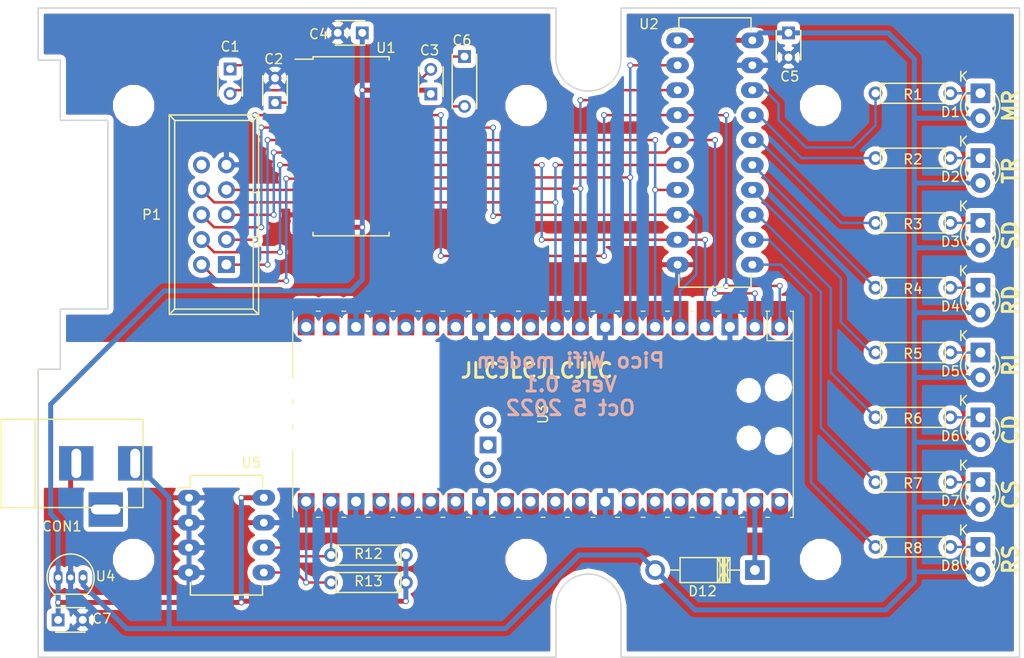
<source format=kicad_pcb>
(kicad_pcb (version 4) (host pcbnew 4.0.5+dfsg1-4)
  (layers (0 F.Cu signal) (31 B.Cu signal) (34 B.Paste user) (35 F.Paste user) (36 B.SilkS user) (37 F.SilkS user) (38 B.Mask user) (39 F.Mask user) (44 Edge.Cuts user))
  (net 0 "")
  (net 1 "Net-(C1-Pad1)")
  (net 2 "Net-(C1-Pad2)")
  (net 3 "Net-(C2-Pad1)")
  (net 4 GND)
  (net 5 +3V3)
  (net 6 "Net-(C3-Pad2)")
  (net 7 +5V)
  (net 8 "Net-(C6-Pad1)")
  (net 9 "Net-(C6-Pad2)")
  (net 10 "Net-(CON1-Pad3)")
  (net 11 "Net-(D1-Pad1)")
  (net 12 "Net-(D2-Pad1)")
  (net 13 "Net-(D3-Pad1)")
  (net 14 "Net-(D4-Pad1)")
  (net 15 "Net-(D5-Pad1)")
  (net 16 "Net-(D6-Pad1)")
  (net 17 "Net-(D7-Pad1)")
  (net 18 "Net-(D8-Pad1)")
  (net 19 "Net-(D12-Pad1)")
  (net 20 "Net-(P1-Pad1)")
  (net 21 "Net-(P1-Pad2)")
  (net 22 "Net-(P1-Pad3)")
  (net 23 "Net-(P1-Pad4)")
  (net 24 "Net-(P1-Pad5)")
  (net 25 "Net-(P1-Pad6)")
  (net 26 "Net-(P1-Pad7)")
  (net 27 "Net-(P1-Pad8)")
  (net 28 "Net-(P1-Pad10)")
  (net 29 "Net-(R1-Pad1)")
  (net 30 "Net-(R2-Pad1)")
  (net 31 "Net-(R3-Pad1)")
  (net 32 "Net-(R4-Pad1)")
  (net 33 "Net-(R5-Pad1)")
  (net 34 "Net-(R6-Pad1)")
  (net 35 "Net-(R7-Pad1)")
  (net 36 "Net-(R8-Pad1)")
  (net 37 "Net-(R12-Pad2)")
  (net 38 "Net-(R13-Pad2)")
  (net 39 "Net-(U1-Pad16)")
  (net 40 "Net-(U1-Pad17)")
  (net 41 "Net-(U1-Pad18)")
  (net 42 "Net-(U1-Pad19)")
  (net 43 "Net-(U1-Pad20)")
  (net 44 "Net-(U1-Pad21)")
  (net 45 "Net-(U1-Pad22)")
  (net 46 "Net-(U1-Pad23)")
  (net 47 "Net-(U1-Pad24)")
  (net 48 "Net-(U3-Pad15)")
  (net 49 "Net-(U3-Pad16)")
  (net 50 "Net-(U3-Pad17)")
  (net 51 "Net-(U3-Pad19)")
  (net 52 "Net-(U3-Pad20)")
  (net 53 "Net-(U3-Pad24)")
  (net 54 "Net-(U3-Pad25)")
  (net 55 "Net-(U3-Pad26)")
  (net 56 "Net-(U3-Pad27)")
  (net 57 "Net-(U3-Pad29)")
  (net 58 "Net-(U3-Pad30)")
  (net 59 "Net-(U3-Pad31)")
  (net 60 "Net-(U3-Pad32)")
  (net 61 "Net-(U3-Pad34)")
  (net 62 "Net-(U3-Pad35)")
  (net 63 "Net-(U3-Pad36)")
  (net 64 "Net-(U3-Pad37)")
  (net 65 "Net-(U3-Pad40)")
  (net 66 "Net-(U3-Pad41)")
  (net 67 "Net-(U3-Pad42)")
  (net 68 "Net-(U3-Pad43)")
  (net 69 "Net-(U3-Pad11)")
  (net 70 "Net-(U3-Pad12)")
  (net 71 "Net-(U3-Pad14)")
  (module modules:MountingHole_3.2mm_Hammond_1593 (layer F.Cu) (at 119.45 85.77)
    (fp_text reference "" (at 0 -4.2) (layer F.SilkS))
    (fp_text value "")
    (pad 1 np_thru_hole circle (at 0 0) (size 3.2 3.2) (drill 3.2) (layers *.Cu *.Mask))
  )
  (module modules:MountingHole_3.2mm_Hammond_1593 (layer F.Cu) (at 119.45 132.02)
    (fp_text reference "" (at 0 -4.2) (layer F.SilkS))
    (fp_text value "")
    (pad 1 np_thru_hole circle (at 0 0) (size 3.2 3.2) (drill 3.2) (layers *.Cu *.Mask))
  )
  (module modules:MountingHole_3.2mm_Hammond_1593 (layer F.Cu) (at 159.45 132.02)
    (fp_text reference "" (at 0 -4.2) (layer F.SilkS))
    (fp_text value "")
    (pad 1 np_thru_hole circle (at 0 0) (size 3.2 3.2) (drill 3.2) (layers *.Cu *.Mask))
  )
  (module modules:MountingHole_3.2mm_Hammond_1593 (layer F.Cu) (at 159.45 85.77)
    (fp_text reference "" (at 0 -4.2) (layer F.SilkS))
    (fp_text value "")
    (pad 1 np_thru_hole circle (at 0 0) (size 3.2 3.2) (drill 3.2) (layers *.Cu *.Mask))
  )
  (module modules:MountingHole_3.2mm_Hammond_1593 (layer F.Cu) (at 189.45 85.77)
    (fp_text reference "" (at 0 -4.2) (layer F.SilkS))
    (fp_text value "")
    (pad 1 np_thru_hole circle (at 0 0) (size 3.2 3.2) (drill 3.2) (layers *.Cu *.Mask))
  )
  (module modules:MountingHole_3.2mm_Hammond_1593 (layer F.Cu) (at 189.45 132.02)
    (fp_text reference "" (at 0 -4.2) (layer F.SilkS))
    (fp_text value "")
    (pad 1 np_thru_hole circle (at 0 0) (size 3.2 3.2) (drill 3.2) (layers *.Cu *.Mask))
  )
  (module modules:C_Disc_D3_P2.5 (layer F.Cu) (at 129.286 82.042 270)
    (fp_text reference C1 (at -2.286 0 360) (layer F.SilkS))
    (fp_text value 100nF)
    (pad 1 thru_hole rect (at 0 0 270) (size 1.3 1.3) (drill 0.8) (layers *.Cu *.Mask) (net 1 "Net-(C1-Pad1)"))
    (pad 2 thru_hole circle (at 2.5 0 270) (size 1.3 1.3) (drill 0.8001) (layers *.Cu *.Mask) (net 2 "Net-(C1-Pad2)"))
  )
  (module modules:C_Disc_D3_P2.5 (layer F.Cu) (at 133.858 85.471 90)
    (fp_text reference C2 (at 4.445 -0.127 180) (layer F.SilkS))
    (fp_text value 100nF)
    (pad 1 thru_hole rect (at 0 0 90) (size 1.3 1.3) (drill 0.8) (layers *.Cu *.Mask) (net 3 "Net-(C2-Pad1)"))
    (pad 2 thru_hole circle (at 2.5 0 90) (size 1.3 1.3) (drill 0.8001) (layers *.Cu *.Mask) (net 4 GND))
  )
  (module modules:C_Disc_D3_P2.5 (layer F.Cu) (at 149.733 84.582 90)
    (fp_text reference C3 (at 4.445 -0.127 180) (layer F.SilkS))
    (fp_text value 100nF)
    (pad 1 thru_hole rect (at 0 0 90) (size 1.3 1.3) (drill 0.8) (layers *.Cu *.Mask) (net 5 +3V3))
    (pad 2 thru_hole circle (at 2.5 0 90) (size 1.3 1.3) (drill 0.8001) (layers *.Cu *.Mask) (net 6 "Net-(C3-Pad2)"))
  )
  (module modules:C_Disc_D3_P2.5 (layer F.Cu) (at 142.748 78.359 180)
    (fp_text reference C4 (at 4.445 -0.127 360) (layer F.SilkS))
    (fp_text value 100nF)
    (pad 1 thru_hole rect (at 0 0 180) (size 1.3 1.3) (drill 0.8) (layers *.Cu *.Mask) (net 5 +3V3))
    (pad 2 thru_hole circle (at 2.5 0 180) (size 1.3 1.3) (drill 0.8001) (layers *.Cu *.Mask) (net 4 GND))
  )
  (module modules:C_Disc_D3_P2.5 (layer F.Cu) (at 186.182 78.359 270)
    (fp_text reference C5 (at 4.445 -0.127 360) (layer F.SilkS))
    (fp_text value 100nF)
    (pad 1 thru_hole rect (at 0 0 270) (size 1.3 1.3) (drill 0.8) (layers *.Cu *.Mask) (net 7 +5V))
    (pad 2 thru_hole circle (at 2.5 0 270) (size 1.3 1.3) (drill 0.8001) (layers *.Cu *.Mask) (net 4 GND))
  )
  (module modules:C_Disc_D3_P5 (layer F.Cu) (at 153.162 83.312 270)
    (fp_text reference C6 (at -4.191 0.254 360) (layer F.SilkS))
    (fp_text value 100nF)
    (pad 1 thru_hole rect (at -2.54 0 270) (size 1.3 1.3) (drill 0.8) (layers *.Cu *.Mask) (net 8 "Net-(C6-Pad1)"))
    (pad 2 thru_hole circle (at 2.54 0 270) (size 1.3 1.3) (drill 0.8001) (layers *.Cu *.Mask) (net 9 "Net-(C6-Pad2)"))
  )
  (module modules:C_Disc_D3_P2.5 (layer F.Cu) (at 111.76 138.176)
    (fp_text reference C7 (at 4.445 -0.127 180) (layer F.SilkS))
    (fp_text value 1uF)
    (pad 1 thru_hole rect (at 0 0) (size 1.3 1.3) (drill 0.8) (layers *.Cu *.Mask) (net 5 +3V3))
    (pad 2 thru_hole circle (at 2.5 0) (size 1.3 1.3) (drill 0.8001) (layers *.Cu *.Mask) (net 4 GND))
  )
  (module modules:BARREL_JACK (layer F.Cu) (at 113.41 122.23)
    (fp_text reference CON1 (at -1.269 6.421 180) (layer F.SilkS))
    (fp_text value BARREL_JACK)
    (pad 1 thru_hole rect (at 6.20014 0) (size 3.50012 3.50012) (drill oval 1.00076 2.99974) (layers *.Cu *.Mask) (net 7 +5V))
    (pad 2 thru_hole rect (at 0.20066 0) (size 3.50012 3.50012) (drill oval 1.00076 2.99974) (layers *.Cu *.Mask) (net 4 GND))
    (pad 3 thru_hole rect (at 3.2004 4.699) (size 3.50012 3.50012) (drill oval 2.99974 1.00076) (layers *.Cu *.Mask) (net 10 "Net-(CON1-Pad3)"))
  )
  (module modules:LED-3MM (layer F.Cu) (at 205.74 84.516 270)
    (fp_text reference D1 (at 1.91 3.06 360) (layer F.SilkS))
    (fp_text value TLPR5600)
    (fp_text user K (at -1.69 1.74 360) (layer F.SilkS))
    (pad 1 thru_hole rect (at 0 0 90) (size 2 2) (drill 1.00076) (layers *.Cu *.Mask) (net 11 "Net-(D1-Pad1)"))
    (pad 2 thru_hole circle (at 2.54 0) (size 2 2) (drill 1.00076) (layers *.Cu *.Mask) (net 7 +5V))
  )
  (module modules:LED-3MM (layer F.Cu) (at 205.74 91.12 270)
    (fp_text reference D2 (at 1.91 3.06 360) (layer F.SilkS))
    (fp_text value TLPR5600)
    (fp_text user K (at -1.69 1.74 360) (layer F.SilkS))
    (pad 1 thru_hole rect (at 0 0 90) (size 2 2) (drill 1.00076) (layers *.Cu *.Mask) (net 12 "Net-(D2-Pad1)"))
    (pad 2 thru_hole circle (at 2.54 0) (size 2 2) (drill 1.00076) (layers *.Cu *.Mask) (net 7 +5V))
  )
  (module modules:LED-3MM (layer F.Cu) (at 205.74 97.724 270)
    (fp_text reference D3 (at 1.91 3.06 360) (layer F.SilkS))
    (fp_text value TLPR5600)
    (fp_text user K (at -1.69 1.74 360) (layer F.SilkS))
    (pad 1 thru_hole rect (at 0 0 90) (size 2 2) (drill 1.00076) (layers *.Cu *.Mask) (net 13 "Net-(D3-Pad1)"))
    (pad 2 thru_hole circle (at 2.54 0) (size 2 2) (drill 1.00076) (layers *.Cu *.Mask) (net 7 +5V))
  )
  (module modules:LED-3MM (layer F.Cu) (at 205.74 104.328 270)
    (fp_text reference D4 (at 1.91 3.06 360) (layer F.SilkS))
    (fp_text value TLPR5600)
    (fp_text user K (at -1.69 1.74 360) (layer F.SilkS))
    (pad 1 thru_hole rect (at 0 0 90) (size 2 2) (drill 1.00076) (layers *.Cu *.Mask) (net 14 "Net-(D4-Pad1)"))
    (pad 2 thru_hole circle (at 2.54 0) (size 2 2) (drill 1.00076) (layers *.Cu *.Mask) (net 7 +5V))
  )
  (module modules:LED-3MM (layer F.Cu) (at 205.74 110.932 270)
    (fp_text reference D5 (at 1.91 3.06 360) (layer F.SilkS))
    (fp_text value TLPR5600)
    (fp_text user K (at -1.69 1.74 360) (layer F.SilkS))
    (pad 1 thru_hole rect (at 0 0 90) (size 2 2) (drill 1.00076) (layers *.Cu *.Mask) (net 15 "Net-(D5-Pad1)"))
    (pad 2 thru_hole circle (at 2.54 0) (size 2 2) (drill 1.00076) (layers *.Cu *.Mask) (net 7 +5V))
  )
  (module modules:LED-3MM (layer F.Cu) (at 205.74 117.536 270)
    (fp_text reference D6 (at 1.91 3.06 360) (layer F.SilkS))
    (fp_text value TLPR5600)
    (fp_text user K (at -1.69 1.74 360) (layer F.SilkS))
    (pad 1 thru_hole rect (at 0 0 90) (size 2 2) (drill 1.00076) (layers *.Cu *.Mask) (net 16 "Net-(D6-Pad1)"))
    (pad 2 thru_hole circle (at 2.54 0) (size 2 2) (drill 1.00076) (layers *.Cu *.Mask) (net 7 +5V))
  )
  (module modules:LED-3MM (layer F.Cu) (at 205.74 124.14 270)
    (fp_text reference D7 (at 1.91 3.06 360) (layer F.SilkS))
    (fp_text value TLPR5600)
    (fp_text user K (at -1.69 1.74 360) (layer F.SilkS))
    (pad 1 thru_hole rect (at 0 0 90) (size 2 2) (drill 1.00076) (layers *.Cu *.Mask) (net 17 "Net-(D7-Pad1)"))
    (pad 2 thru_hole circle (at 2.54 0) (size 2 2) (drill 1.00076) (layers *.Cu *.Mask) (net 7 +5V))
  )
  (module modules:LED-3MM (layer F.Cu) (at 205.74 130.744 270)
    (fp_text reference D8 (at 1.91 3.06 360) (layer F.SilkS))
    (fp_text value TLPR5600)
    (fp_text user K (at -1.69 1.74 360) (layer F.SilkS))
    (pad 1 thru_hole rect (at 0 0 90) (size 2 2) (drill 1.00076) (layers *.Cu *.Mask) (net 18 "Net-(D8-Pad1)"))
    (pad 2 thru_hole circle (at 2.54 0) (size 2 2) (drill 1.00076) (layers *.Cu *.Mask) (net 7 +5V))
  )
  (module modules:Diode_DO-41_SOD81_Horizontal_RM10 (layer F.Cu) (at 182.753 133.096 180)
    (fp_text reference D12 (at 5.334 -2.159 180) (layer F.SilkS))
    (fp_text value 1N5817)
    (pad 2 thru_hole circle (at 10.16 -0.00254) (size 1.99898 1.99898) (drill 1.27) (layers *.Cu *.Mask) (net 7 +5V))
    (pad 1 thru_hole rect (at 0 -0.00254) (size 1.99898 1.99898) (drill 1.00076) (layers *.Cu *.Mask) (net 19 "Net-(D12-Pad1)"))
  )
  (module modules:IDC_Header_Straight_10pins (layer F.Cu) (at 128.905 101.965 90)
    (fp_text reference P1 (at 5.08 -7.62 360) (layer F.SilkS))
    (fp_text value CONN_02X05)
    (pad 1 thru_hole rect (at 0 0) (size 1.7272 1.7272) (drill 1.016) (layers *.Cu *.Mask) (net 20 "Net-(P1-Pad1)"))
    (pad 2 thru_hole oval (at 0 -2.54) (size 1.7272 1.7272) (drill 1.016) (layers *.Cu *.Mask) (net 21 "Net-(P1-Pad2)"))
    (pad 3 thru_hole oval (at 2.54 0) (size 1.7272 1.7272) (drill 1.016) (layers *.Cu *.Mask) (net 22 "Net-(P1-Pad3)"))
    (pad 4 thru_hole oval (at 2.54 -2.54) (size 1.7272 1.7272) (drill 1.016) (layers *.Cu *.Mask) (net 23 "Net-(P1-Pad4)"))
    (pad 5 thru_hole oval (at 5.08 0) (size 1.7272 1.7272) (drill 1.016) (layers *.Cu *.Mask) (net 24 "Net-(P1-Pad5)"))
    (pad 6 thru_hole oval (at 5.08 -2.54) (size 1.7272 1.7272) (drill 1.016) (layers *.Cu *.Mask) (net 25 "Net-(P1-Pad6)"))
    (pad 7 thru_hole oval (at 7.62 0) (size 1.7272 1.7272) (drill 1.016) (layers *.Cu *.Mask) (net 26 "Net-(P1-Pad7)"))
    (pad 8 thru_hole oval (at 7.62 -2.54) (size 1.7272 1.7272) (drill 1.016) (layers *.Cu *.Mask) (net 27 "Net-(P1-Pad8)"))
    (pad 9 thru_hole oval (at 10.16 0) (size 1.7272 1.7272) (drill 1.016) (layers *.Cu *.Mask) (net 4 GND))
    (pad 10 thru_hole oval (at 10.16 -2.54) (size 1.7272 1.7272) (drill 1.016) (layers *.Cu *.Mask) (net 28 "Net-(P1-Pad10)"))
  )
  (module modules:R3 (layer F.Cu) (at 198.855 84.516)
    (fp_text reference R1 (at 0 0.127) (layer F.SilkS))
    (fp_text value 560R)
    (pad 1 thru_hole circle (at -3.81 0) (size 1.397 1.397) (drill 0.8128) (layers *.Cu *.Mask) (net 29 "Net-(R1-Pad1)"))
    (pad 2 thru_hole circle (at 3.81 0) (size 1.397 1.397) (drill 0.8128) (layers *.Cu *.Mask) (net 11 "Net-(D1-Pad1)"))
  )
  (module modules:R3 (layer F.Cu) (at 198.855 91.12)
    (fp_text reference R2 (at 0 0.127) (layer F.SilkS))
    (fp_text value 560R)
    (pad 1 thru_hole circle (at -3.81 0) (size 1.397 1.397) (drill 0.8128) (layers *.Cu *.Mask) (net 30 "Net-(R2-Pad1)"))
    (pad 2 thru_hole circle (at 3.81 0) (size 1.397 1.397) (drill 0.8128) (layers *.Cu *.Mask) (net 12 "Net-(D2-Pad1)"))
  )
  (module modules:R3 (layer F.Cu) (at 198.855 97.724)
    (fp_text reference R3 (at 0 0.127) (layer F.SilkS))
    (fp_text value 560R)
    (pad 1 thru_hole circle (at -3.81 0) (size 1.397 1.397) (drill 0.8128) (layers *.Cu *.Mask) (net 31 "Net-(R3-Pad1)"))
    (pad 2 thru_hole circle (at 3.81 0) (size 1.397 1.397) (drill 0.8128) (layers *.Cu *.Mask) (net 13 "Net-(D3-Pad1)"))
  )
  (module modules:R3 (layer F.Cu) (at 198.855 104.328)
    (fp_text reference R4 (at 0 0.127) (layer F.SilkS))
    (fp_text value 560R)
    (pad 1 thru_hole circle (at -3.81 0) (size 1.397 1.397) (drill 0.8128) (layers *.Cu *.Mask) (net 32 "Net-(R4-Pad1)"))
    (pad 2 thru_hole circle (at 3.81 0) (size 1.397 1.397) (drill 0.8128) (layers *.Cu *.Mask) (net 14 "Net-(D4-Pad1)"))
  )
  (module modules:R3 (layer F.Cu) (at 198.855 110.932)
    (fp_text reference R5 (at 0 0.127) (layer F.SilkS))
    (fp_text value 560R)
    (pad 1 thru_hole circle (at -3.81 0) (size 1.397 1.397) (drill 0.8128) (layers *.Cu *.Mask) (net 33 "Net-(R5-Pad1)"))
    (pad 2 thru_hole circle (at 3.81 0) (size 1.397 1.397) (drill 0.8128) (layers *.Cu *.Mask) (net 15 "Net-(D5-Pad1)"))
  )
  (module modules:R3 (layer F.Cu) (at 198.855 117.536)
    (fp_text reference R6 (at 0 0.127) (layer F.SilkS))
    (fp_text value 560R)
    (pad 1 thru_hole circle (at -3.81 0) (size 1.397 1.397) (drill 0.8128) (layers *.Cu *.Mask) (net 34 "Net-(R6-Pad1)"))
    (pad 2 thru_hole circle (at 3.81 0) (size 1.397 1.397) (drill 0.8128) (layers *.Cu *.Mask) (net 16 "Net-(D6-Pad1)"))
  )
  (module modules:R3 (layer F.Cu) (at 198.855 124.14)
    (fp_text reference R7 (at 0 0.127) (layer F.SilkS))
    (fp_text value 560R)
    (pad 1 thru_hole circle (at -3.81 0) (size 1.397 1.397) (drill 0.8128) (layers *.Cu *.Mask) (net 35 "Net-(R7-Pad1)"))
    (pad 2 thru_hole circle (at 3.81 0) (size 1.397 1.397) (drill 0.8128) (layers *.Cu *.Mask) (net 17 "Net-(D7-Pad1)"))
  )
  (module modules:R3 (layer F.Cu) (at 198.855 130.744)
    (fp_text reference R8 (at 0 0.127) (layer F.SilkS))
    (fp_text value 560R)
    (pad 1 thru_hole circle (at -3.81 0) (size 1.397 1.397) (drill 0.8128) (layers *.Cu *.Mask) (net 36 "Net-(R8-Pad1)"))
    (pad 2 thru_hole circle (at 3.81 0) (size 1.397 1.397) (drill 0.8128) (layers *.Cu *.Mask) (net 18 "Net-(D8-Pad1)"))
  )
  (module modules:R3 (layer F.Cu) (at 143.383 131.572 180)
    (fp_text reference R12 (at 0 0.127 180) (layer F.SilkS))
    (fp_text value 3.9K)
    (pad 1 thru_hole circle (at -3.81 0 180) (size 1.397 1.397) (drill 0.8128) (layers *.Cu *.Mask) (net 5 +3V3))
    (pad 2 thru_hole circle (at 3.81 0 180) (size 1.397 1.397) (drill 0.8128) (layers *.Cu *.Mask) (net 37 "Net-(R12-Pad2)"))
  )
  (module modules:R3 (layer F.Cu) (at 143.383 134.366 180)
    (fp_text reference R13 (at 0 0.127 180) (layer F.SilkS))
    (fp_text value 3.9K)
    (pad 1 thru_hole circle (at -3.81 0 180) (size 1.397 1.397) (drill 0.8128) (layers *.Cu *.Mask) (net 5 +3V3))
    (pad 2 thru_hole circle (at 3.81 0 180) (size 1.397 1.397) (drill 0.8128) (layers *.Cu *.Mask) (net 38 "Net-(R13-Pad2)"))
  )
  (module modules:SOIC-28W_7.5x17.9mm_Pitch1.27mm (layer F.Cu) (at 141.605 89.916)
    (fp_text reference U1 (at 3.556 -10.033) (layer F.SilkS))
    (fp_text value MAX3237CAI+)
    (pad 1 smd rect (at -4.7 -8.255) (size 2 0.6) (layers F.Cu F.Paste F.Mask) (net 1 "Net-(C1-Pad1)"))
    (pad 2 smd rect (at -4.7 -6.985) (size 2 0.6) (layers F.Cu F.Paste F.Mask) (net 4 GND))
    (pad 3 smd rect (at -4.7 -5.715) (size 2 0.6) (layers F.Cu F.Paste F.Mask) (net 2 "Net-(C1-Pad2)"))
    (pad 4 smd rect (at -4.7 -4.445) (size 2 0.6) (layers F.Cu F.Paste F.Mask) (net 3 "Net-(C2-Pad1)"))
    (pad 5 smd rect (at -4.7 -3.175) (size 2 0.6) (layers F.Cu F.Paste F.Mask) (net 22 "Net-(P1-Pad3)"))
    (pad 6 smd rect (at -4.7 -1.905) (size 2 0.6) (layers F.Cu F.Paste F.Mask) (net 25 "Net-(P1-Pad6)"))
    (pad 7 smd rect (at -4.7 -0.635) (size 2 0.6) (layers F.Cu F.Paste F.Mask) (net 20 "Net-(P1-Pad1)"))
    (pad 8 smd rect (at -4.7 0.635) (size 2 0.6) (layers F.Cu F.Paste F.Mask) (net 24 "Net-(P1-Pad5)"))
    (pad 9 smd rect (at -4.7 1.905) (size 2 0.6) (layers F.Cu F.Paste F.Mask) (net 23 "Net-(P1-Pad4)"))
    (pad 10 smd rect (at -4.7 3.175) (size 2 0.6) (layers F.Cu F.Paste F.Mask) (net 21 "Net-(P1-Pad2)"))
    (pad 11 smd rect (at -4.7 4.445) (size 2 0.6) (layers F.Cu F.Paste F.Mask) (net 26 "Net-(P1-Pad7)"))
    (pad 12 smd rect (at -4.7 5.715) (size 2 0.6) (layers F.Cu F.Paste F.Mask) (net 27 "Net-(P1-Pad8)"))
    (pad 13 smd rect (at -4.7 6.985) (size 2 0.6) (layers F.Cu F.Paste F.Mask) (net 4 GND))
    (pad 14 smd rect (at -4.7 8.255) (size 2 0.6) (layers F.Cu F.Paste F.Mask) (net 5 +3V3))
    (pad 15 smd rect (at 4.7 8.255) (size 2 0.6) (layers F.Cu F.Paste F.Mask) (net 4 GND))
    (pad 16 smd rect (at 4.7 6.985) (size 2 0.6) (layers F.Cu F.Paste F.Mask) (net 39 "Net-(U1-Pad16)"))
    (pad 17 smd rect (at 4.7 5.715) (size 2 0.6) (layers F.Cu F.Paste F.Mask) (net 40 "Net-(U1-Pad17)"))
    (pad 18 smd rect (at 4.7 4.445) (size 2 0.6) (layers F.Cu F.Paste F.Mask) (net 41 "Net-(U1-Pad18)"))
    (pad 19 smd rect (at 4.7 3.175) (size 2 0.6) (layers F.Cu F.Paste F.Mask) (net 42 "Net-(U1-Pad19)"))
    (pad 20 smd rect (at 4.7 1.905) (size 2 0.6) (layers F.Cu F.Paste F.Mask) (net 43 "Net-(U1-Pad20)"))
    (pad 21 smd rect (at 4.7 0.635) (size 2 0.6) (layers F.Cu F.Paste F.Mask) (net 44 "Net-(U1-Pad21)"))
    (pad 22 smd rect (at 4.7 -0.635) (size 2 0.6) (layers F.Cu F.Paste F.Mask) (net 45 "Net-(U1-Pad22)"))
    (pad 23 smd rect (at 4.7 -1.905) (size 2 0.6) (layers F.Cu F.Paste F.Mask) (net 46 "Net-(U1-Pad23)"))
    (pad 24 smd rect (at 4.7 -3.175) (size 2 0.6) (layers F.Cu F.Paste F.Mask) (net 47 "Net-(U1-Pad24)"))
    (pad 25 smd rect (at 4.7 -4.445) (size 2 0.6) (layers F.Cu F.Paste F.Mask) (net 9 "Net-(C6-Pad2)"))
    (pad 26 smd rect (at 4.7 -5.715) (size 2 0.6) (layers F.Cu F.Paste F.Mask) (net 5 +3V3))
    (pad 27 smd rect (at 4.7 -6.985) (size 2 0.6) (layers F.Cu F.Paste F.Mask) (net 6 "Net-(C3-Pad2)"))
    (pad 28 smd rect (at 4.7 -8.255) (size 2 0.6) (layers F.Cu F.Paste F.Mask) (net 8 "Net-(C6-Pad1)"))
  )
  (module modules:DIP-20_W7.62mm_LongPads (layer F.Cu) (at 174.879 79.121)
    (fp_text reference U2 (at -2.921 -1.651 180) (layer F.SilkS))
    (fp_text value 74HCT245)
    (pad 1 thru_hole oval (at 0 0 180) (size 2.3 1.6) (drill 0.8) (layers *.Cu *.Mask) (net 7 +5V))
    (pad 2 thru_hole oval (at 0 2.54 180) (size 2.3 1.6) (drill 0.8) (layers *.Cu *.Mask) (net 42 "Net-(U1-Pad19)"))
    (pad 3 thru_hole oval (at 0 5.08 180) (size 2.3 1.6) (drill 0.8) (layers *.Cu *.Mask) (net 41 "Net-(U1-Pad18)"))
    (pad 4 thru_hole oval (at 0 7.62 180) (size 2.3 1.6) (drill 0.8) (layers *.Cu *.Mask) (net 47 "Net-(U1-Pad24)"))
    (pad 5 thru_hole oval (at 0 10.16 180) (size 2.3 1.6) (drill 0.8) (layers *.Cu *.Mask) (net 44 "Net-(U1-Pad21)"))
    (pad 6 thru_hole oval (at 0 12.7 180) (size 2.3 1.6) (drill 0.8) (layers *.Cu *.Mask) (net 40 "Net-(U1-Pad17)"))
    (pad 7 thru_hole oval (at 0 15.24 180) (size 2.3 1.6) (drill 0.8) (layers *.Cu *.Mask) (net 45 "Net-(U1-Pad22)"))
    (pad 8 thru_hole oval (at 0 17.78 180) (size 2.3 1.6) (drill 0.8) (layers *.Cu *.Mask) (net 46 "Net-(U1-Pad23)"))
    (pad 9 thru_hole oval (at 0 20.32 180) (size 2.3 1.6) (drill 0.8) (layers *.Cu *.Mask) (net 43 "Net-(U1-Pad20)"))
    (pad 10 thru_hole oval (at 0 22.86 180) (size 2.3 1.6) (drill 0.8) (layers *.Cu *.Mask) (net 4 GND))
    (pad 11 thru_hole oval (at 7.62 22.86 180) (size 2.3 1.6) (drill 0.8) (layers *.Cu *.Mask) (net 36 "Net-(R8-Pad1)"))
    (pad 12 thru_hole oval (at 7.62 20.32 180) (size 2.3 1.6) (drill 0.8) (layers *.Cu *.Mask) (net 35 "Net-(R7-Pad1)"))
    (pad 13 thru_hole oval (at 7.62 17.78 180) (size 2.3 1.6) (drill 0.8) (layers *.Cu *.Mask) (net 34 "Net-(R6-Pad1)"))
    (pad 14 thru_hole oval (at 7.62 15.24 180) (size 2.3 1.6) (drill 0.8) (layers *.Cu *.Mask) (net 33 "Net-(R5-Pad1)"))
    (pad 15 thru_hole oval (at 7.62 12.7 180) (size 2.3 1.6) (drill 0.8) (layers *.Cu *.Mask) (net 32 "Net-(R4-Pad1)"))
    (pad 16 thru_hole oval (at 7.62 10.16 180) (size 2.3 1.6) (drill 0.8) (layers *.Cu *.Mask) (net 31 "Net-(R3-Pad1)"))
    (pad 17 thru_hole oval (at 7.62 7.62 180) (size 2.3 1.6) (drill 0.8) (layers *.Cu *.Mask) (net 30 "Net-(R2-Pad1)"))
    (pad 18 thru_hole oval (at 7.62 5.08 180) (size 2.3 1.6) (drill 0.8) (layers *.Cu *.Mask) (net 29 "Net-(R1-Pad1)"))
    (pad 19 thru_hole oval (at 7.62 2.54 180) (size 2.3 1.6) (drill 0.8) (layers *.Cu *.Mask) (net 4 GND))
    (pad 20 thru_hole oval (at 7.62 0 180) (size 2.3 1.6) (drill 0.8) (layers *.Cu *.Mask) (net 7 +5V))
  )
  (module modules:RPi_PicoW (layer F.Cu) (at 161.163 117.221 270)
    (fp_text reference U3 (at 0 0 270) (layer F.SilkS))
    (fp_text value Pico)
    (pad 1 thru_hole oval (at -8.89 -24.13 270) (size 1.7 1.7) (drill 1.02) (layers *.Cu *.Mask) (net 47 "Net-(U1-Pad24)"))
    (pad 2 thru_hole oval (at -8.89 -21.59 270) (size 1.7 1.7) (drill 1.02) (layers *.Cu *.Mask) (net 44 "Net-(U1-Pad21)"))
    (pad 3 thru_hole rect (at -8.89 -19.05 270) (size 1.7 1.7) (drill 1.02) (layers *.Cu *.Mask) (net 4 GND))
    (pad 4 thru_hole oval (at -8.89 -16.51 270) (size 1.7 1.7) (drill 1.02) (layers *.Cu *.Mask) (net 43 "Net-(U1-Pad20)"))
    (pad 5 thru_hole oval (at -8.89 -13.97 270) (size 1.7 1.7) (drill 1.02) (layers *.Cu *.Mask) (net 46 "Net-(U1-Pad23)"))
    (pad 6 thru_hole oval (at -8.89 -11.43 270) (size 1.7 1.7) (drill 1.02) (layers *.Cu *.Mask) (net 45 "Net-(U1-Pad22)"))
    (pad 7 thru_hole oval (at -8.89 -8.89 270) (size 1.7 1.7) (drill 1.02) (layers *.Cu *.Mask) (net 42 "Net-(U1-Pad19)"))
    (pad 8 thru_hole rect (at -8.89 -6.35 270) (size 1.7 1.7) (drill 1.02) (layers *.Cu *.Mask) (net 4 GND))
    (pad 9 thru_hole oval (at -8.89 -3.81 270) (size 1.7 1.7) (drill 1.02) (layers *.Cu *.Mask) (net 41 "Net-(U1-Pad18)"))
    (pad 10 thru_hole oval (at -8.89 -1.27 270) (size 1.7 1.7) (drill 1.02) (layers *.Cu *.Mask) (net 40 "Net-(U1-Pad17)"))
    (pad 11 thru_hole oval (at -8.89 1.27 270) (size 1.7 1.7) (drill 1.02) (layers *.Cu *.Mask) (net 69 "Net-(U3-Pad11)"))
    (pad 12 thru_hole oval (at -8.89 3.81 270) (size 1.7 1.7) (drill 1.02) (layers *.Cu *.Mask) (net 70 "Net-(U3-Pad12)"))
    (pad 13 thru_hole rect (at -8.89 6.35 270) (size 1.7 1.7) (drill 1.02) (layers *.Cu *.Mask) (net 4 GND))
    (pad 14 thru_hole oval (at -8.89 8.89 270) (size 1.7 1.7) (drill 1.02) (layers *.Cu *.Mask) (net 71 "Net-(U3-Pad14)"))
    (pad 15 thru_hole oval (at -8.89 11.43 270) (size 1.7 1.7) (drill 1.02) (layers *.Cu *.Mask) (net 48 "Net-(U3-Pad15)"))
    (pad 16 thru_hole oval (at -8.89 13.97 270) (size 1.7 1.7) (drill 1.02) (layers *.Cu *.Mask) (net 49 "Net-(U3-Pad16)"))
    (pad 17 thru_hole oval (at -8.89 16.51 270) (size 1.7 1.7) (drill 1.02) (layers *.Cu *.Mask) (net 50 "Net-(U3-Pad17)"))
    (pad 18 thru_hole rect (at -8.89 19.05 270) (size 1.7 1.7) (drill 1.02) (layers *.Cu *.Mask) (net 4 GND))
    (pad 19 thru_hole oval (at -8.89 21.59 270) (size 1.7 1.7) (drill 1.02) (layers *.Cu *.Mask) (net 51 "Net-(U3-Pad19)"))
    (pad 20 thru_hole oval (at -8.89 24.13 270) (size 1.7 1.7) (drill 1.02) (layers *.Cu *.Mask) (net 52 "Net-(U3-Pad20)"))
    (pad 21 thru_hole oval (at 8.89 24.13 270) (size 1.7 1.7) (drill 1.02) (layers *.Cu *.Mask) (net 38 "Net-(R13-Pad2)"))
    (pad 22 thru_hole oval (at 8.89 21.59 270) (size 1.7 1.7) (drill 1.02) (layers *.Cu *.Mask) (net 37 "Net-(R12-Pad2)"))
    (pad 23 thru_hole rect (at 8.89 19.05 270) (size 1.7 1.7) (drill 1.02) (layers *.Cu *.Mask) (net 4 GND))
    (pad 24 thru_hole oval (at 8.89 16.51 270) (size 1.7 1.7) (drill 1.02) (layers *.Cu *.Mask) (net 53 "Net-(U3-Pad24)"))
    (pad 25 thru_hole oval (at 8.89 13.97 270) (size 1.7 1.7) (drill 1.02) (layers *.Cu *.Mask) (net 54 "Net-(U3-Pad25)"))
    (pad 26 thru_hole oval (at 8.89 11.43 270) (size 1.7 1.7) (drill 1.02) (layers *.Cu *.Mask) (net 55 "Net-(U3-Pad26)"))
    (pad 27 thru_hole oval (at 8.89 8.89 270) (size 1.7 1.7) (drill 1.02) (layers *.Cu *.Mask) (net 56 "Net-(U3-Pad27)"))
    (pad 28 thru_hole rect (at 8.89 6.35 270) (size 1.7 1.7) (drill 1.02) (layers *.Cu *.Mask) (net 4 GND))
    (pad 29 thru_hole oval (at 8.89 3.81 270) (size 1.7 1.7) (drill 1.02) (layers *.Cu *.Mask) (net 57 "Net-(U3-Pad29)"))
    (pad 30 thru_hole oval (at 8.89 1.27 270) (size 1.7 1.7) (drill 1.02) (layers *.Cu *.Mask) (net 58 "Net-(U3-Pad30)"))
    (pad 31 thru_hole oval (at 8.89 -1.27 270) (size 1.7 1.7) (drill 1.02) (layers *.Cu *.Mask) (net 59 "Net-(U3-Pad31)"))
    (pad 32 thru_hole oval (at 8.89 -3.81 270) (size 1.7 1.7) (drill 1.02) (layers *.Cu *.Mask) (net 60 "Net-(U3-Pad32)"))
    (pad 33 thru_hole rect (at 8.89 -6.35 270) (size 1.7 1.7) (drill 1.02) (layers *.Cu *.Mask) (net 4 GND))
    (pad 34 thru_hole oval (at 8.89 -8.89 270) (size 1.7 1.7) (drill 1.02) (layers *.Cu *.Mask) (net 61 "Net-(U3-Pad34)"))
    (pad 35 thru_hole oval (at 8.89 -11.43 270) (size 1.7 1.7) (drill 1.02) (layers *.Cu *.Mask) (net 62 "Net-(U3-Pad35)"))
    (pad 36 thru_hole oval (at 8.89 -13.97 270) (size 1.7 1.7) (drill 1.02) (layers *.Cu *.Mask) (net 63 "Net-(U3-Pad36)"))
    (pad 37 thru_hole oval (at 8.89 -16.51 270) (size 1.7 1.7) (drill 1.02) (layers *.Cu *.Mask) (net 64 "Net-(U3-Pad37)"))
    (pad 38 thru_hole rect (at 8.89 -19.05 270) (size 1.7 1.7) (drill 1.02) (layers *.Cu *.Mask) (net 4 GND))
    (pad 39 thru_hole oval (at 8.89 -21.59 270) (size 1.7 1.7) (drill 1.02) (layers *.Cu *.Mask) (net 19 "Net-(D12-Pad1)"))
    (pad 40 thru_hole oval (at 8.89 -24.13 270) (size 1.7 1.7) (drill 1.02) (layers *.Cu *.Mask) (net 65 "Net-(U3-Pad40)"))
    (pad "" np_thru_hole oval (at 2.725 -24 270) (size 1.8 1.8) (drill 1.8) (layers *.Cu *.Mask))
    (pad "" np_thru_hole oval (at -2.725 -24 270) (size 1.8 1.8) (drill 1.8) (layers *.Cu *.Mask))
    (pad "" np_thru_hole oval (at -2.425 -20.97 270) (size 1.5 1.5) (drill 1.5) (layers *.Cu *.Mask))
    (pad "" np_thru_hole oval (at 2.425 -20.97 270) (size 1.5 1.5) (drill 1.5) (layers *.Cu *.Mask))
    (pad 41 thru_hole oval (at 0.5841 5.6 270) (size 1.7 1.7) (drill 1.02) (layers *.Cu *.Mask) (net 66 "Net-(U3-Pad41)"))
    (pad 42 thru_hole rect (at 3.1241 5.6 270) (size 1.7 1.7) (drill 1.02) (layers *.Cu *.Mask) (net 67 "Net-(U3-Pad42)"))
    (pad 43 thru_hole oval (at 5.6641 5.6 270) (size 1.7 1.7) (drill 1.02) (layers *.Cu *.Mask) (net 68 "Net-(U3-Pad43)"))
    (pad 1 smd rect (at -8.89 -24.13 270) (size 3.5 1.7) (drill (offset -0.9 0)) (layers F.Cu F.Mask) (net 47 "Net-(U1-Pad24)"))
    (pad 2 smd rect (at -8.89 -21.59 270) (size 3.5 1.7) (drill (offset -0.9 0)) (layers F.Cu F.Mask) (net 44 "Net-(U1-Pad21)"))
    (pad 3 smd rect (at -8.89 -19.05 270) (size 3.5 1.7) (drill (offset -0.9 0)) (layers F.Cu F.Mask) (net 4 GND))
    (pad 4 smd rect (at -8.89 -16.51 270) (size 3.5 1.7) (drill (offset -0.9 0)) (layers F.Cu F.Mask) (net 43 "Net-(U1-Pad20)"))
    (pad 5 smd rect (at -8.89 -13.97 270) (size 3.5 1.7) (drill (offset -0.9 0)) (layers F.Cu F.Mask) (net 46 "Net-(U1-Pad23)"))
    (pad 6 smd rect (at -8.89 -11.43 270) (size 3.5 1.7) (drill (offset -0.9 0)) (layers F.Cu F.Mask) (net 45 "Net-(U1-Pad22)"))
    (pad 7 smd rect (at -8.89 -8.89 270) (size 3.5 1.7) (drill (offset -0.9 0)) (layers F.Cu F.Mask) (net 42 "Net-(U1-Pad19)"))
    (pad 8 smd rect (at -8.89 -6.35 270) (size 3.5 1.7) (drill (offset -0.9 0)) (layers F.Cu F.Mask) (net 4 GND))
    (pad 9 smd rect (at -8.89 -3.81 270) (size 3.5 1.7) (drill (offset -0.9 0)) (layers F.Cu F.Mask) (net 41 "Net-(U1-Pad18)"))
    (pad 10 smd rect (at -8.89 -1.27 270) (size 3.5 1.7) (drill (offset -0.9 0)) (layers F.Cu F.Mask) (net 40 "Net-(U1-Pad17)"))
    (pad 11 smd rect (at -8.89 1.27 270) (size 3.5 1.7) (drill (offset -0.9 0)) (layers F.Cu F.Mask) (net 69 "Net-(U3-Pad11)"))
    (pad 12 smd rect (at -8.89 3.81 270) (size 3.5 1.7) (drill (offset -0.9 0)) (layers F.Cu F.Mask) (net 70 "Net-(U3-Pad12)"))
    (pad 13 smd rect (at -8.89 6.35 270) (size 3.5 1.7) (drill (offset -0.9 0)) (layers F.Cu F.Mask) (net 4 GND))
    (pad 14 smd rect (at -8.89 8.89 270) (size 3.5 1.7) (drill (offset -0.9 0)) (layers F.Cu F.Mask) (net 71 "Net-(U3-Pad14)"))
    (pad 15 smd rect (at -8.89 11.43 270) (size 3.5 1.7) (drill (offset -0.9 0)) (layers F.Cu F.Mask) (net 48 "Net-(U3-Pad15)"))
    (pad 16 smd rect (at -8.89 13.97 270) (size 3.5 1.7) (drill (offset -0.9 0)) (layers F.Cu F.Mask) (net 49 "Net-(U3-Pad16)"))
    (pad 17 smd rect (at -8.89 16.51 270) (size 3.5 1.7) (drill (offset -0.9 0)) (layers F.Cu F.Mask) (net 50 "Net-(U3-Pad17)"))
    (pad 18 smd rect (at -8.89 19.05 270) (size 3.5 1.7) (drill (offset -0.9 0)) (layers F.Cu F.Mask) (net 4 GND))
    (pad 19 smd rect (at -8.89 21.59 270) (size 3.5 1.7) (drill (offset -0.9 0)) (layers F.Cu F.Mask) (net 51 "Net-(U3-Pad19)"))
    (pad 20 smd rect (at -8.89 24.13 270) (size 3.5 1.7) (drill (offset -0.9 0)) (layers F.Cu F.Mask) (net 52 "Net-(U3-Pad20)"))
    (pad 21 smd rect (at 8.89 24.13 270) (size 3.5 1.7) (drill (offset 0.9 0)) (layers F.Cu F.Mask) (net 38 "Net-(R13-Pad2)"))
    (pad 22 smd rect (at 8.89 21.59 270) (size 3.5 1.7) (drill (offset 0.9 0)) (layers F.Cu F.Mask) (net 37 "Net-(R12-Pad2)"))
    (pad 23 smd rect (at 8.89 19.05 270) (size 3.5 1.7) (drill (offset 0.9 0)) (layers F.Cu F.Mask) (net 4 GND))
    (pad 24 smd rect (at 8.89 16.51 270) (size 3.5 1.7) (drill (offset 0.9 0)) (layers F.Cu F.Mask) (net 53 "Net-(U3-Pad24)"))
    (pad 25 smd rect (at 8.89 13.97 270) (size 3.5 1.7) (drill (offset 0.9 0)) (layers F.Cu F.Mask) (net 54 "Net-(U3-Pad25)"))
    (pad 26 smd rect (at 8.89 11.43 270) (size 3.5 1.7) (drill (offset 0.9 0)) (layers F.Cu F.Mask) (net 55 "Net-(U3-Pad26)"))
    (pad 27 smd rect (at 8.89 8.89 270) (size 3.5 1.7) (drill (offset 0.9 0)) (layers F.Cu F.Mask) (net 56 "Net-(U3-Pad27)"))
    (pad 28 smd rect (at 8.89 6.35 270) (size 3.5 1.7) (drill (offset 0.9 0)) (layers F.Cu F.Mask) (net 4 GND))
    (pad 29 smd rect (at 8.89 3.81 270) (size 3.5 1.7) (drill (offset 0.9 0)) (layers F.Cu F.Mask) (net 57 "Net-(U3-Pad29)"))
    (pad 30 smd rect (at 8.89 1.27 270) (size 3.5 1.7) (drill (offset 0.9 0)) (layers F.Cu F.Mask) (net 58 "Net-(U3-Pad30)"))
    (pad 31 smd rect (at 8.89 -1.27 270) (size 3.5 1.7) (drill (offset 0.9 0)) (layers F.Cu F.Mask) (net 59 "Net-(U3-Pad31)"))
    (pad 32 smd rect (at 8.89 -3.81 270) (size 3.5 1.7) (drill (offset 0.9 0)) (layers F.Cu F.Mask) (net 60 "Net-(U3-Pad32)"))
    (pad 33 smd rect (at 8.89 -6.35 270) (size 3.5 1.7) (drill (offset 0.9 0)) (layers F.Cu F.Mask) (net 4 GND))
    (pad 34 smd rect (at 8.89 -8.89 270) (size 3.5 1.7) (drill (offset 0.9 0)) (layers F.Cu F.Mask) (net 61 "Net-(U3-Pad34)"))
    (pad 35 smd rect (at 8.89 -11.43 270) (size 3.5 1.7) (drill (offset 0.9 0)) (layers F.Cu F.Mask) (net 62 "Net-(U3-Pad35)"))
    (pad 36 smd rect (at 8.89 -13.97 270) (size 3.5 1.7) (drill (offset 0.9 0)) (layers F.Cu F.Mask) (net 63 "Net-(U3-Pad36)"))
    (pad 37 smd rect (at 8.89 -16.51 270) (size 3.5 1.7) (drill (offset 0.9 0)) (layers F.Cu F.Mask) (net 64 "Net-(U3-Pad37)"))
    (pad 38 smd rect (at 8.89 -19.05 270) (size 3.5 1.7) (drill (offset 0.9 0)) (layers F.Cu F.Mask) (net 4 GND))
    (pad 39 smd rect (at 8.89 -21.59 270) (size 3.5 1.7) (drill (offset 0.9 0)) (layers F.Cu F.Mask) (net 19 "Net-(D12-Pad1)"))
    (pad 40 smd rect (at 8.89 -24.13 270) (size 3.5 1.7) (drill (offset 0.9 0)) (layers F.Cu F.Mask) (net 65 "Net-(U3-Pad40)"))
  )
  (module modules:TO-92_Inline_Narrow_Oval (layer F.Cu) (at 111.76 133.858)
    (fp_text reference U4 (at 4.826 -0.127 180) (layer F.SilkS))
    (fp_text value LM2950ACZ-3.3)
    (pad 2 thru_hole oval (at 1.27 0 180) (size 0.89916 1.50114) (drill 0.6) (layers *.Cu *.Mask) (net 4 GND))
    (pad 3 thru_hole oval (at 2.54 0 180) (size 0.89916 1.50114) (drill 0.6) (layers *.Cu *.Mask) (net 7 +5V))
    (pad 1 thru_hole oval (at 0 0 180) (size 0.89916 1.50114) (drill 0.6) (layers *.Cu *.Mask) (net 5 +3V3))
  )
  (module modules:DIP-8_W7.62mm_LongPads (layer F.Cu) (at 125.095 125.73)
    (fp_text reference U5 (at 6.35 -3.556 180) (layer F.SilkS))
    (fp_text value 24LC32)
    (pad 1 thru_hole oval (at 0 0) (size 2.3 1.6) (drill 0.8) (layers *.Cu *.Mask) (net 4 GND))
    (pad 2 thru_hole oval (at 0 2.54) (size 2.3 1.6) (drill 0.8) (layers *.Cu *.Mask) (net 4 GND))
    (pad 3 thru_hole oval (at 0 5.08) (size 2.3 1.6) (drill 0.8) (layers *.Cu *.Mask) (net 4 GND))
    (pad 4 thru_hole oval (at 0 7.62) (size 2.3 1.6) (drill 0.8) (layers *.Cu *.Mask) (net 4 GND))
    (pad 5 thru_hole oval (at 7.62 7.62) (size 2.3 1.6) (drill 0.8) (layers *.Cu *.Mask) (net 38 "Net-(R13-Pad2)"))
    (pad 6 thru_hole oval (at 7.62 5.08) (size 2.3 1.6) (drill 0.8) (layers *.Cu *.Mask) (net 37 "Net-(R12-Pad2)"))
    (pad 7 thru_hole oval (at 7.62 2.54) (size 2.3 1.6) (drill 0.8) (layers *.Cu *.Mask) (net 4 GND))
    (pad 8 thru_hole oval (at 7.62 0) (size 2.3 1.6) (drill 0.8) (layers *.Cu *.Mask) (net 5 +3V3))
  )
  (gr_text JLCJLCJLCJLC (at 160.528 112.776) (layer F.SilkS) (effects (font (size 1.5 1.5) (thickness 0.3))))
  (gr_text "Pico Wifi modem\nVers 0.1\nOct 5 2022" (at 163.957 114.173) (layer B.SilkS) (effects (font (size 1.5 1.5) (thickness 0.3)) (justify mirror)))
  (gr_text RS (at 208.788 132.014 90) (layer F.SilkS) (effects (font (size 1.5 1.5) (thickness 0.3))))
  (gr_text CS (at 208.788 125.41 90) (layer F.SilkS) (effects (font (size 1.5 1.5) (thickness 0.3))))
  (gr_text CD (at 208.788 118.806 90) (layer F.SilkS) (effects (font (size 1.5 1.5) (thickness 0.3))))
  (gr_text RI (at 208.788 112.202 90) (layer F.SilkS) (effects (font (size 1.5 1.5) (thickness 0.3))))
  (gr_text RD (at 208.788 105.598 90) (layer F.SilkS) (effects (font (size 1.5 1.5) (thickness 0.3))))
  (gr_text SD (at 208.788 98.994 90) (layer F.SilkS) (effects (font (size 1.5 1.5) (thickness 0.3))))
  (gr_text TR (at 208.788 92.39 90) (layer F.SilkS) (effects (font (size 1.5 1.5) (thickness 0.3))))
  (gr_text MR (at 208.788 85.786 90) (layer F.SilkS) (effects (font (size 1.5 1.5) (thickness 0.3))))
  (gr_line (start 109.72 75.83) (end 162.485 75.83) (angle 90) (layer Edge.Cuts) (width 0.15))
  (gr_line (start 162.485 75.83) (end 162.485 80.975) (angle 90) (layer Edge.Cuts) (width 0.15))
  (gr_arc (start 165.8 80.975) (end 169.115 80.975) (angle 180) (layer Edge.Cuts) (width 0.15))
  (gr_line (start 169.115 80.975) (end 169.115 75.83) (angle 90) (layer Edge.Cuts) (width 0.15))
  (gr_line (start 169.115 75.83) (end 209.72 75.83) (angle 90) (layer Edge.Cuts) (width 0.15))
  (gr_line (start 209.72 75.83) (end 209.72 141.97) (angle 90) (layer Edge.Cuts) (width 0.15))
  (gr_line (start 209.72 141.97) (end 169.115 141.97) (angle 90) (layer Edge.Cuts) (width 0.15))
  (gr_line (start 169.115 141.97) (end 169.115 136.825) (angle 90) (layer Edge.Cuts) (width 0.15))
  (gr_arc (start 165.8 136.825) (end 162.485 136.825) (angle 180) (layer Edge.Cuts) (width 0.15))
  (gr_line (start 162.485 136.825) (end 162.485 141.97) (angle 90) (layer Edge.Cuts) (width 0.15))
  (gr_line (start 162.485 141.97) (end 109.72 141.97) (angle 90) (layer Edge.Cuts) (width 0.15))
  (gr_line (start 109.72 141.97) (end 109.72 112.629) (angle 90) (layer Edge.Cuts) (width 0.15))
  (gr_line (start 109.72 112.629) (end 111.9806 112.629) (angle 90) (layer Edge.Cuts) (width 0.15))
  (gr_line (start 111.9806 112.629) (end 111.9806 106.4989) (angle 90) (layer Edge.Cuts) (width 0.15))
  (gr_line (start 111.9806 106.4989) (end 116.832 106.4989) (angle 90) (layer Edge.Cuts) (width 0.15))
  (gr_line (start 116.832 106.4989) (end 116.832 87.2711) (angle 90) (layer Edge.Cuts) (width 0.15))
  (gr_line (start 116.832 87.2711) (end 111.9806 87.2711) (angle 90) (layer Edge.Cuts) (width 0.15))
  (gr_line (start 111.9806 87.2711) (end 111.9806 81.141) (angle 90) (layer Edge.Cuts) (width 0.15))
  (gr_line (start 111.9806 81.141) (end 109.72 81.141) (angle 90) (layer Edge.Cuts) (width 0.15))
  (gr_line (start 109.72 81.141) (end 109.72 75.83) (angle 90) (layer Edge.Cuts) (width 0.15))
  (segment (start 136.905 81.661) (end 129.667 81.661) (width 0.254) (layer F.Cu) (net 1))
  (segment (start 129.667 81.661) (end 129.286 82.042) (width 0.254) (layer F.Cu) (net 1))
  (segment (start 136.905 84.201) (end 129.627 84.201) (width 0.254) (layer F.Cu) (net 2))
  (segment (start 129.627 84.201) (end 129.286 84.542) (width 0.254) (layer F.Cu) (net 2))
  (segment (start 136.905 85.471) (end 133.858 85.471) (width 0.254) (layer F.Cu) (net 3))
  (segment (start 113.03 133.858) (end 113.03 122.81066) (width 0.508) (layer F.Cu) (net 4))
  (segment (start 113.03 122.81066) (end 113.61066 122.23) (width 0.508) (layer F.Cu) (net 4))
  (segment (start 113.03 122.81066) (end 113.61066 122.23) (width 0.508) (layer B.Cu) (net 4))
  (segment (start 130.429 136.398) (end 111.76 136.398) (width 0.508) (layer F.Cu) (net 5))
  (via (at 111.76 136.398) (size 0.6) (drill 0.4) (layers F.Cu B.Cu) (net 5))
  (segment (start 111.76 133.858) (end 111.76 128.143) (width 0.508) (layer B.Cu) (net 5))
  (segment (start 142.748 103.505) (end 142.748 98.171) (width 0.508) (layer B.Cu) (net 5))
  (segment (start 141.605 104.648) (end 142.748 103.505) (width 0.508) (layer B.Cu) (net 5))
  (segment (start 122.555 104.648) (end 141.605 104.648) (width 0.508) (layer B.Cu) (net 5))
  (segment (start 110.998 116.205) (end 122.555 104.648) (width 0.508) (layer B.Cu) (net 5))
  (segment (start 110.998 127.381) (end 110.998 116.205) (width 0.508) (layer B.Cu) (net 5))
  (segment (start 111.76 128.143) (end 110.998 127.381) (width 0.508) (layer B.Cu) (net 5))
  (segment (start 111.76 138.176) (end 111.76 136.398) (width 0.508) (layer B.Cu) (net 5))
  (segment (start 111.76 136.398) (end 111.76 133.858) (width 0.508) (layer B.Cu) (net 5))
  (segment (start 146.305 84.201) (end 149.352 84.201) (width 0.508) (layer F.Cu) (net 5))
  (segment (start 149.352 84.201) (end 149.733 84.582) (width 0.508) (layer F.Cu) (net 5))
  (segment (start 132.715 125.73) (end 130.429 125.73) (width 0.508) (layer F.Cu) (net 5))
  (segment (start 147.193 136.271) (end 147.193 134.366) (width 0.508) (layer B.Cu) (net 5))
  (via (at 147.193 136.271) (size 0.6) (drill 0.4) (layers F.Cu B.Cu) (net 5))
  (segment (start 130.556 136.271) (end 147.193 136.271) (width 0.508) (layer F.Cu) (net 5))
  (segment (start 130.429 136.398) (end 130.556 136.271) (width 0.508) (layer F.Cu) (net 5))
  (via (at 130.429 136.398) (size 0.6) (drill 0.4) (layers F.Cu B.Cu) (net 5))
  (segment (start 130.429 125.73) (end 130.429 136.398) (width 0.508) (layer B.Cu) (net 5))
  (via (at 130.429 125.73) (size 0.6) (drill 0.4) (layers F.Cu B.Cu) (net 5))
  (segment (start 147.193 134.366) (end 147.193 131.572) (width 0.508) (layer B.Cu) (net 5))
  (segment (start 142.748 84.201) (end 142.748 98.171) (width 0.508) (layer B.Cu) (net 5))
  (segment (start 142.748 98.171) (end 136.905 98.171) (width 0.508) (layer F.Cu) (net 5))
  (via (at 142.748 98.171) (size 0.6) (drill 0.4) (layers F.Cu B.Cu) (net 5))
  (segment (start 146.305 84.201) (end 142.748 84.201) (width 0.508) (layer F.Cu) (net 5))
  (segment (start 142.748 84.201) (end 142.748 78.359) (width 0.508) (layer B.Cu) (net 5))
  (via (at 142.748 84.201) (size 0.6) (drill 0.4) (layers F.Cu B.Cu) (net 5))
  (segment (start 148.884 82.931) (end 146.305 82.931) (width 0.254) (layer F.Cu) (net 6))
  (segment (start 149.733 82.082) (end 148.884 82.931) (width 0.254) (layer F.Cu) (net 6))
  (segment (start 205.74 133.284) (end 199.009 133.284) (width 0.508) (layer B.Cu) (net 7))
  (segment (start 205.74 126.68) (end 199.009 126.68) (width 0.508) (layer B.Cu) (net 7))
  (segment (start 205.74 120.076) (end 199.009 120.076) (width 0.508) (layer B.Cu) (net 7))
  (segment (start 205.74 113.472) (end 199.009 113.472) (width 0.508) (layer B.Cu) (net 7))
  (segment (start 205.74 106.868) (end 199.009 106.868) (width 0.508) (layer B.Cu) (net 7))
  (segment (start 205.74 100.264) (end 199.009 100.264) (width 0.508) (layer B.Cu) (net 7))
  (segment (start 205.74 93.66) (end 199.009 93.66) (width 0.508) (layer B.Cu) (net 7))
  (segment (start 205.74 87.056) (end 199.009 87.056) (width 0.508) (layer B.Cu) (net 7))
  (segment (start 172.593 133.09854) (end 176.65446 137.16) (width 0.508) (layer B.Cu) (net 7))
  (segment (start 196.342 78.359) (end 186.182 78.359) (width 0.508) (layer B.Cu) (net 7))
  (segment (start 199.009 81.026) (end 196.342 78.359) (width 0.508) (layer B.Cu) (net 7))
  (segment (start 199.009 134.239) (end 199.009 133.284) (width 0.508) (layer B.Cu) (net 7))
  (segment (start 199.009 133.284) (end 199.009 126.68) (width 0.508) (layer B.Cu) (net 7))
  (segment (start 199.009 126.68) (end 199.009 120.076) (width 0.508) (layer B.Cu) (net 7))
  (segment (start 199.009 120.076) (end 199.009 113.472) (width 0.508) (layer B.Cu) (net 7))
  (segment (start 199.009 113.472) (end 199.009 106.868) (width 0.508) (layer B.Cu) (net 7))
  (segment (start 199.009 106.868) (end 199.009 100.264) (width 0.508) (layer B.Cu) (net 7))
  (segment (start 199.009 100.264) (end 199.009 93.66) (width 0.508) (layer B.Cu) (net 7))
  (segment (start 199.009 93.66) (end 199.009 87.056) (width 0.508) (layer B.Cu) (net 7))
  (segment (start 199.009 87.056) (end 199.009 81.026) (width 0.508) (layer B.Cu) (net 7))
  (segment (start 196.088 137.16) (end 199.009 134.239) (width 0.508) (layer B.Cu) (net 7))
  (segment (start 176.65446 137.16) (end 196.088 137.16) (width 0.508) (layer B.Cu) (net 7))
  (segment (start 114.3 133.858) (end 114.3 134.62) (width 0.508) (layer B.Cu) (net 7))
  (segment (start 118.745 139.065) (end 123.063 139.065) (width 0.508) (layer B.Cu) (net 7))
  (segment (start 114.3 134.62) (end 118.745 139.065) (width 0.508) (layer B.Cu) (net 7))
  (segment (start 119.61014 122.23) (end 123.063 125.68286) (width 0.508) (layer B.Cu) (net 7))
  (segment (start 123.063 125.68286) (end 123.063 139.065) (width 0.508) (layer B.Cu) (net 7))
  (segment (start 172.593 133.09854) (end 171.06646 131.572) (width 0.508) (layer B.Cu) (net 7))
  (segment (start 157.353 139.065) (end 123.063 139.065) (width 0.508) (layer B.Cu) (net 7))
  (segment (start 164.846 131.572) (end 157.353 139.065) (width 0.508) (layer B.Cu) (net 7))
  (segment (start 171.06646 131.572) (end 164.846 131.572) (width 0.508) (layer B.Cu) (net 7))
  (segment (start 182.499 79.121) (end 174.879 79.121) (width 0.508) (layer F.Cu) (net 7))
  (segment (start 186.182 78.359) (end 183.261 78.359) (width 0.508) (layer B.Cu) (net 7))
  (segment (start 183.261 78.359) (end 182.499 79.121) (width 0.508) (layer B.Cu) (net 7))
  (segment (start 147.194 80.772) (end 153.162 80.772) (width 0.254) (layer F.Cu) (net 8))
  (segment (start 146.305 81.661) (end 147.194 80.772) (width 0.254) (layer F.Cu) (net 8))
  (segment (start 146.305 85.471) (end 146.686 85.852) (width 0.254) (layer F.Cu) (net 9))
  (segment (start 146.686 85.852) (end 153.162 85.852) (width 0.254) (layer F.Cu) (net 9))
  (segment (start 202.665 84.516) (end 205.74 84.516) (width 0.254) (layer B.Cu) (net 11))
  (segment (start 202.665 91.12) (end 205.74 91.12) (width 0.254) (layer B.Cu) (net 12))
  (segment (start 202.665 97.724) (end 205.74 97.724) (width 0.254) (layer B.Cu) (net 13))
  (segment (start 202.665 104.328) (end 205.74 104.328) (width 0.254) (layer B.Cu) (net 14))
  (segment (start 202.665 110.932) (end 205.74 110.932) (width 0.254) (layer B.Cu) (net 15))
  (segment (start 202.665 117.536) (end 205.74 117.536) (width 0.254) (layer B.Cu) (net 16))
  (segment (start 202.665 124.14) (end 205.74 124.14) (width 0.254) (layer B.Cu) (net 17))
  (segment (start 202.665 130.744) (end 205.74 130.744) (width 0.254) (layer B.Cu) (net 18))
  (segment (start 182.753 133.09854) (end 182.753 126.111) (width 0.508) (layer B.Cu) (net 19))
  (segment (start 136.905 89.281) (end 133.096 89.281) (width 0.254) (layer F.Cu) (net 20))
  (segment (start 133.096 101.981) (end 128.921 101.981) (width 0.254) (layer F.Cu) (net 20))
  (via (at 133.096 101.981) (size 0.6) (drill 0.4) (layers F.Cu B.Cu) (net 20))
  (segment (start 133.096 89.281) (end 133.096 101.981) (width 0.254) (layer B.Cu) (net 20))
  (via (at 133.096 89.281) (size 0.6) (drill 0.4) (layers F.Cu B.Cu) (net 20))
  (segment (start 128.921 101.981) (end 128.905 101.965) (width 0.254) (layer F.Cu) (net 20))
  (segment (start 136.905 93.091) (end 136.778 93.218) (width 0.254) (layer F.Cu) (net 21))
  (segment (start 136.778 93.218) (end 135.001 93.218) (width 0.254) (layer F.Cu) (net 21))
  (via (at 135.001 93.218) (size 0.6) (drill 0.4) (layers F.Cu B.Cu) (net 21))
  (segment (start 135.001 93.218) (end 135.001 103.632) (width 0.254) (layer B.Cu) (net 21))
  (via (at 135.001 103.632) (size 0.6) (drill 0.4) (layers F.Cu B.Cu) (net 21))
  (segment (start 135.001 103.632) (end 128.032 103.632) (width 0.254) (layer F.Cu) (net 21))
  (segment (start 128.032 103.632) (end 126.365 101.965) (width 0.254) (layer F.Cu) (net 21))
  (segment (start 136.905 86.741) (end 131.826 86.741) (width 0.254) (layer F.Cu) (net 22))
  (segment (start 131.826 99.441) (end 128.921 99.441) (width 0.254) (layer F.Cu) (net 22))
  (via (at 131.826 99.441) (size 0.6) (drill 0.4) (layers F.Cu B.Cu) (net 22))
  (segment (start 131.826 86.741) (end 131.826 99.441) (width 0.254) (layer B.Cu) (net 22))
  (via (at 131.826 86.741) (size 0.6) (drill 0.4) (layers F.Cu B.Cu) (net 22))
  (segment (start 128.921 99.441) (end 128.905 99.425) (width 0.254) (layer F.Cu) (net 22))
  (segment (start 136.905 91.821) (end 134.366 91.821) (width 0.254) (layer F.Cu) (net 23))
  (segment (start 127.651 100.711) (end 126.365 99.425) (width 0.254) (layer F.Cu) (net 23))
  (segment (start 134.366 100.711) (end 127.651 100.711) (width 0.254) (layer F.Cu) (net 23))
  (via (at 134.366 100.711) (size 0.6) (drill 0.4) (layers F.Cu B.Cu) (net 23))
  (segment (start 134.366 91.821) (end 134.366 100.711) (width 0.254) (layer B.Cu) (net 23))
  (via (at 134.366 91.821) (size 0.6) (drill 0.4) (layers F.Cu B.Cu) (net 23))
  (segment (start 136.905 90.551) (end 133.731 90.551) (width 0.254) (layer F.Cu) (net 24))
  (segment (start 133.731 96.901) (end 128.921 96.901) (width 0.254) (layer F.Cu) (net 24))
  (via (at 133.731 96.901) (size 0.6) (drill 0.4) (layers F.Cu B.Cu) (net 24))
  (segment (start 133.731 90.551) (end 133.731 96.901) (width 0.254) (layer B.Cu) (net 24))
  (via (at 133.731 90.551) (size 0.6) (drill 0.4) (layers F.Cu B.Cu) (net 24))
  (segment (start 128.921 96.901) (end 128.905 96.885) (width 0.254) (layer F.Cu) (net 24))
  (segment (start 128.921 96.901) (end 128.905 96.885) (width 0.254) (layer F.Cu) (net 24))
  (segment (start 136.905 88.011) (end 132.461 88.011) (width 0.254) (layer F.Cu) (net 25))
  (segment (start 127.651 98.171) (end 126.365 96.885) (width 0.254) (layer F.Cu) (net 25))
  (segment (start 132.461 98.171) (end 127.651 98.171) (width 0.254) (layer F.Cu) (net 25))
  (via (at 132.461 98.171) (size 0.6) (drill 0.4) (layers F.Cu B.Cu) (net 25))
  (segment (start 132.461 88.011) (end 132.461 98.171) (width 0.254) (layer B.Cu) (net 25))
  (via (at 132.461 88.011) (size 0.6) (drill 0.4) (layers F.Cu B.Cu) (net 25))
  (segment (start 128.905 94.345) (end 128.921 94.361) (width 0.254) (layer F.Cu) (net 26))
  (segment (start 128.921 94.361) (end 136.905 94.361) (width 0.254) (layer F.Cu) (net 26))
  (segment (start 126.365 94.345) (end 127.651 95.631) (width 0.254) (layer F.Cu) (net 27))
  (segment (start 127.651 95.631) (end 136.905 95.631) (width 0.254) (layer F.Cu) (net 27))
  (segment (start 182.499 84.201) (end 183.769 84.201) (width 0.254) (layer B.Cu) (net 29))
  (segment (start 195.045 87.784) (end 195.045 84.516) (width 0.254) (layer B.Cu) (net 29))
  (segment (start 192.786 90.043) (end 195.045 87.784) (width 0.254) (layer B.Cu) (net 29))
  (segment (start 187.96 90.043) (end 192.786 90.043) (width 0.254) (layer B.Cu) (net 29))
  (segment (start 185.166 87.249) (end 187.96 90.043) (width 0.254) (layer B.Cu) (net 29))
  (segment (start 185.166 85.598) (end 185.166 87.249) (width 0.254) (layer B.Cu) (net 29))
  (segment (start 183.769 84.201) (end 185.166 85.598) (width 0.254) (layer B.Cu) (net 29))
  (segment (start 182.499 86.741) (end 183.134 86.741) (width 0.254) (layer B.Cu) (net 30))
  (segment (start 183.134 86.741) (end 187.513 91.12) (width 0.254) (layer B.Cu) (net 30))
  (segment (start 187.513 91.12) (end 195.045 91.12) (width 0.254) (layer B.Cu) (net 30))
  (segment (start 182.499 89.281) (end 183.134 89.281) (width 0.254) (layer B.Cu) (net 31))
  (segment (start 183.134 89.281) (end 191.577 97.724) (width 0.254) (layer B.Cu) (net 31))
  (segment (start 191.577 97.724) (end 195.045 97.724) (width 0.254) (layer B.Cu) (net 31))
  (segment (start 182.499 91.821) (end 182.538 91.821) (width 0.254) (layer B.Cu) (net 32))
  (segment (start 182.538 91.821) (end 195.045 104.328) (width 0.254) (layer B.Cu) (net 32))
  (segment (start 182.499 94.361) (end 191.516 103.378) (width 0.254) (layer B.Cu) (net 33))
  (segment (start 191.516 107.823) (end 194.625 110.932) (width 0.254) (layer B.Cu) (net 33))
  (segment (start 191.516 103.378) (end 191.516 107.823) (width 0.254) (layer B.Cu) (net 33))
  (segment (start 194.625 110.932) (end 195.045 110.932) (width 0.254) (layer B.Cu) (net 33))
  (segment (start 182.499 96.901) (end 183.007 96.901) (width 0.254) (layer B.Cu) (net 34))
  (segment (start 183.007 96.901) (end 190.5 104.394) (width 0.254) (layer B.Cu) (net 34))
  (segment (start 190.5 104.394) (end 190.5 112.991) (width 0.254) (layer B.Cu) (net 34))
  (segment (start 190.5 112.991) (end 195.045 117.536) (width 0.254) (layer B.Cu) (net 34))
  (segment (start 182.499 99.441) (end 184.15 99.441) (width 0.254) (layer B.Cu) (net 35))
  (segment (start 189.484 118.579) (end 195.045 124.14) (width 0.254) (layer B.Cu) (net 35))
  (segment (start 189.484 104.775) (end 189.484 118.579) (width 0.254) (layer B.Cu) (net 35))
  (segment (start 184.15 99.441) (end 189.484 104.775) (width 0.254) (layer B.Cu) (net 35))
  (segment (start 182.499 101.981) (end 185.42 101.981) (width 0.254) (layer B.Cu) (net 36))
  (segment (start 188.468 124.167) (end 195.045 130.744) (width 0.254) (layer B.Cu) (net 36))
  (segment (start 188.468 105.029) (end 188.468 124.167) (width 0.254) (layer B.Cu) (net 36))
  (segment (start 185.42 101.981) (end 188.468 105.029) (width 0.254) (layer B.Cu) (net 36))
  (segment (start 139.573 131.572) (end 139.446 131.699) (width 0.254) (layer F.Cu) (net 37))
  (segment (start 139.446 131.699) (end 135.89 131.699) (width 0.254) (layer F.Cu) (net 37))
  (segment (start 135.001 130.81) (end 132.715 130.81) (width 0.254) (layer F.Cu) (net 37))
  (segment (start 135.89 131.699) (end 135.001 130.81) (width 0.254) (layer F.Cu) (net 37))
  (segment (start 139.573 126.111) (end 139.573 131.572) (width 0.254) (layer B.Cu) (net 37))
  (segment (start 137.033 134.366) (end 136.017 133.35) (width 0.254) (layer F.Cu) (net 38))
  (segment (start 136.017 133.35) (end 132.715 133.35) (width 0.254) (layer F.Cu) (net 38))
  (segment (start 137.033 126.111) (end 137.033 134.366) (width 0.254) (layer B.Cu) (net 38))
  (segment (start 137.033 134.366) (end 139.573 134.366) (width 0.254) (layer F.Cu) (net 38))
  (via (at 137.033 134.366) (size 0.6) (drill 0.4) (layers F.Cu B.Cu) (net 38))
  (segment (start 162.433 95.631) (end 162.433 108.331) (width 0.254) (layer B.Cu) (net 40))
  (segment (start 162.433 95.631) (end 162.433 91.821) (width 0.254) (layer B.Cu) (net 40))
  (segment (start 162.433 91.821) (end 174.879 91.821) (width 0.254) (layer F.Cu) (net 40))
  (via (at 162.433 91.821) (size 0.6) (drill 0.4) (layers F.Cu B.Cu) (net 40))
  (segment (start 146.305 95.631) (end 162.433 95.631) (width 0.254) (layer F.Cu) (net 40))
  (via (at 162.433 95.631) (size 0.6) (drill 0.4) (layers F.Cu B.Cu) (net 40))
  (segment (start 164.973 94.234) (end 164.973 108.331) (width 0.254) (layer B.Cu) (net 41))
  (segment (start 164.973 94.234) (end 164.973 85.217) (width 0.254) (layer B.Cu) (net 41))
  (segment (start 168.783 84.201) (end 174.879 84.201) (width 0.254) (layer F.Cu) (net 41))
  (segment (start 167.767 85.217) (end 168.783 84.201) (width 0.254) (layer F.Cu) (net 41))
  (segment (start 164.973 85.217) (end 167.767 85.217) (width 0.254) (layer F.Cu) (net 41))
  (via (at 164.973 85.217) (size 0.6) (drill 0.4) (layers F.Cu B.Cu) (net 41))
  (segment (start 146.305 94.361) (end 146.432 94.234) (width 0.254) (layer F.Cu) (net 41))
  (segment (start 146.432 94.234) (end 164.973 94.234) (width 0.254) (layer F.Cu) (net 41))
  (via (at 164.973 94.234) (size 0.6) (drill 0.4) (layers F.Cu B.Cu) (net 41))
  (segment (start 170.053 93.091) (end 170.053 108.331) (width 0.254) (layer B.Cu) (net 42))
  (segment (start 170.053 93.091) (end 170.053 81.661) (width 0.254) (layer B.Cu) (net 42))
  (segment (start 170.053 81.661) (end 174.879 81.661) (width 0.254) (layer F.Cu) (net 42))
  (via (at 170.053 81.661) (size 0.6) (drill 0.4) (layers F.Cu B.Cu) (net 42))
  (segment (start 146.305 93.091) (end 170.053 93.091) (width 0.254) (layer F.Cu) (net 42))
  (via (at 170.053 93.091) (size 0.6) (drill 0.4) (layers F.Cu B.Cu) (net 42))
  (segment (start 177.673 108.331) (end 177.673 99.441) (width 0.254) (layer B.Cu) (net 43))
  (segment (start 177.673 99.441) (end 174.879 99.441) (width 0.254) (layer F.Cu) (net 43))
  (via (at 177.673 99.441) (size 0.6) (drill 0.4) (layers F.Cu B.Cu) (net 43))
  (segment (start 174.879 99.441) (end 161.036 99.441) (width 0.254) (layer F.Cu) (net 43))
  (segment (start 161.036 91.821) (end 146.305 91.821) (width 0.254) (layer F.Cu) (net 43))
  (via (at 161.036 91.821) (size 0.6) (drill 0.4) (layers F.Cu B.Cu) (net 43))
  (segment (start 161.036 99.441) (end 161.036 91.821) (width 0.254) (layer B.Cu) (net 43))
  (via (at 161.036 99.441) (size 0.6) (drill 0.4) (layers F.Cu B.Cu) (net 43))
  (segment (start 182.753 108.331) (end 182.753 104.902) (width 0.254) (layer B.Cu) (net 44))
  (segment (start 178.689 89.281) (end 174.879 89.281) (width 0.254) (layer F.Cu) (net 44))
  (via (at 178.689 89.281) (size 0.6) (drill 0.4) (layers F.Cu B.Cu) (net 44))
  (segment (start 178.689 104.902) (end 178.689 89.281) (width 0.254) (layer B.Cu) (net 44))
  (via (at 178.689 104.902) (size 0.6) (drill 0.4) (layers F.Cu B.Cu) (net 44))
  (segment (start 182.753 104.902) (end 178.689 104.902) (width 0.254) (layer F.Cu) (net 44))
  (via (at 182.753 104.902) (size 0.6) (drill 0.4) (layers F.Cu B.Cu) (net 44))
  (segment (start 146.305 90.551) (end 173.609 90.551) (width 0.254) (layer F.Cu) (net 44))
  (segment (start 173.609 90.551) (end 174.879 89.281) (width 0.254) (layer F.Cu) (net 44))
  (segment (start 172.593 94.361) (end 172.593 108.331) (width 0.254) (layer B.Cu) (net 45))
  (segment (start 146.305 89.281) (end 172.593 89.281) (width 0.254) (layer F.Cu) (net 45))
  (segment (start 172.593 94.361) (end 174.879 94.361) (width 0.254) (layer F.Cu) (net 45))
  (via (at 172.593 94.361) (size 0.6) (drill 0.4) (layers F.Cu B.Cu) (net 45))
  (segment (start 172.593 89.281) (end 172.593 94.361) (width 0.254) (layer B.Cu) (net 45))
  (via (at 172.593 89.281) (size 0.6) (drill 0.4) (layers F.Cu B.Cu) (net 45))
  (segment (start 174.879 96.901) (end 176.276 96.901) (width 0.254) (layer B.Cu) (net 46))
  (segment (start 175.133 104.648) (end 175.133 108.331) (width 0.254) (layer B.Cu) (net 46))
  (segment (start 176.784 102.997) (end 175.133 104.648) (width 0.254) (layer B.Cu) (net 46))
  (segment (start 176.784 97.409) (end 176.784 102.997) (width 0.254) (layer B.Cu) (net 46))
  (segment (start 176.276 96.901) (end 176.784 97.409) (width 0.254) (layer B.Cu) (net 46))
  (segment (start 146.305 88.011) (end 156.083 88.011) (width 0.254) (layer F.Cu) (net 46))
  (segment (start 156.21 96.901) (end 174.879 96.901) (width 0.254) (layer F.Cu) (net 46))
  (segment (start 156.083 97.028) (end 156.21 96.901) (width 0.254) (layer F.Cu) (net 46))
  (via (at 156.083 97.028) (size 0.6) (drill 0.4) (layers F.Cu B.Cu) (net 46))
  (segment (start 156.083 88.011) (end 156.083 97.028) (width 0.254) (layer B.Cu) (net 46))
  (via (at 156.083 88.011) (size 0.6) (drill 0.4) (layers F.Cu B.Cu) (net 46))
  (segment (start 185.293 108.331) (end 185.293 104.14) (width 0.254) (layer B.Cu) (net 47))
  (segment (start 179.832 86.741) (end 174.879 86.741) (width 0.254) (layer F.Cu) (net 47))
  (via (at 179.832 86.741) (size 0.6) (drill 0.4) (layers F.Cu B.Cu) (net 47))
  (segment (start 179.832 104.14) (end 179.832 86.741) (width 0.254) (layer B.Cu) (net 47))
  (via (at 179.832 104.14) (size 0.6) (drill 0.4) (layers F.Cu B.Cu) (net 47))
  (segment (start 185.293 104.14) (end 179.832 104.14) (width 0.254) (layer F.Cu) (net 47))
  (via (at 185.293 104.14) (size 0.6) (drill 0.4) (layers F.Cu B.Cu) (net 47))
  (segment (start 174.879 86.741) (end 167.386 86.741) (width 0.254) (layer F.Cu) (net 47))
  (segment (start 150.749 86.741) (end 146.305 86.741) (width 0.254) (layer F.Cu) (net 47))
  (via (at 150.749 86.741) (size 0.6) (drill 0.4) (layers F.Cu B.Cu) (net 47))
  (segment (start 150.749 101.092) (end 150.749 86.741) (width 0.254) (layer B.Cu) (net 47))
  (via (at 150.749 101.092) (size 0.6) (drill 0.4) (layers F.Cu B.Cu) (net 47))
  (segment (start 167.386 101.092) (end 150.749 101.092) (width 0.254) (layer F.Cu) (net 47))
  (via (at 167.386 101.092) (size 0.6) (drill 0.4) (layers F.Cu B.Cu) (net 47))
  (segment (start 167.386 86.741) (end 167.386 101.092) (width 0.254) (layer B.Cu) (net 47))
  (via (at 167.386 86.741) (size 0.6) (drill 0.4) (layers F.Cu B.Cu) (net 47))
  (zone (net 0) (net_name "") (layer F.Cu) (connect_pads (clearance 0.508)) (min_thickness 0.254)
    (keepout (tracks not_allowed) (vias not_allowed) (copperpour not_allowed))
    (fill (arc_segments 16) (thermal_gap 0.508) (thermal_bridge_width 0.508))
    (polygon (pts (xy 186.563 121.412) (xy 170.307 121.412) (xy 170.307 112.903) (xy 186.563 112.903)))
  )
  (zone (net 4) (net_name GND) (layer F.Cu) (connect_pads (clearance 0.508)) (min_thickness 0.254) (fill yes (arc_segments 16) (thermal_gap 0.508) (thermal_bridge_width 0.508))
    (polygon (pts (xy 209.72 141.986) (xy 109.72 141.986) (xy 109.72 75.819) (xy 209.72 75.819)))
  )
  (zone (net 4) (net_name GND) (layer B.Cu) (connect_pads (clearance 0.508)) (min_thickness 0.254) (fill yes (arc_segments 16) (thermal_gap 0.508) (thermal_bridge_width 0.508))
    (polygon (pts (xy 209.72 141.986) (xy 109.72 141.986) (xy 109.72 75.819) (xy 209.72 75.819)))
  )
  (zone (net 0) (net_name "") (layer F.Cu) (connect_pads (clearance 0.508)) (min_thickness 0.254)
    (keepout (tracks allowed) (vias allowed) (copperpour not_allowed))
    (fill (arc_segments 16) (thermal_gap 0.508) (thermal_bridge_width 0.508))
    (polygon (pts (xy 150.622 109.855) (xy 109.72 109.855) (xy 109.72 124.714) (xy 150.622 124.714) (xy 150.622 109.982)))
  )
  (zone (net 0) (net_name "") (layer B.Cu) (connect_pads (clearance 0.508)) (min_thickness 0.254)
    (keepout (tracks allowed) (vias allowed) (copperpour not_allowed))
    (fill (arc_segments 16) (thermal_gap 0.508) (thermal_bridge_width 0.508))
    (polygon (pts (xy 150.622 109.855) (xy 109.72 109.855) (xy 109.72 124.714) (xy 150.622 124.714) (xy 150.622 109.982)))
  )
)
</source>
